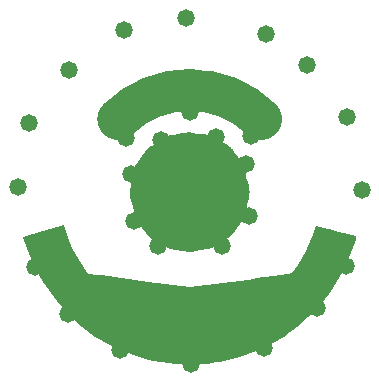
<source format=gbs>
G04*
G04 #@! TF.GenerationSoftware,Altium Limited,Altium Designer,21.0.9 (235)*
G04*
G04 Layer_Color=16711935*
%FSLAX23Y23*%
%MOIN*%
G70*
G04*
G04 #@! TF.SameCoordinates,BEDAD971-5842-4F86-BEC8-44C97C0BC31F*
G04*
G04*
G04 #@! TF.FilePolarity,Negative*
G04*
G01*
G75*
%ADD10C,0.140*%
%ADD12C,0.058*%
%ADD15C,0.200*%
G36*
X1359Y1600D02*
X1374Y1567D01*
X1395Y1529D01*
X1427Y1482D01*
X1438Y1481D01*
X1451Y1479D01*
X1474Y1477D01*
X1627Y1456D01*
X1766Y1438D01*
X1877Y1453D01*
X1958Y1463D01*
X1978Y1466D01*
X1985Y1467D01*
X2043Y1475D01*
X2092Y1481D01*
X2107Y1486D01*
X2127Y1513D01*
X2153Y1557D01*
X2161Y1575D01*
X2174Y1606D01*
X2186Y1643D01*
X2214Y1636D01*
X2244Y1628D01*
X2263Y1622D01*
X2292Y1614D01*
X2320Y1607D01*
X2318Y1596D01*
X2307Y1562D01*
X2294Y1529D01*
X2285Y1509D01*
X2263Y1467D01*
X2244Y1435D01*
X2230Y1416D01*
X2216Y1397D01*
X2197Y1375D01*
X2185Y1362D01*
X2170Y1347D01*
X2159Y1337D01*
X2123Y1305D01*
X2101Y1289D01*
X2080Y1273D01*
X2036Y1248D01*
X2013Y1236D01*
X1978Y1221D01*
X1966Y1217D01*
X1942Y1209D01*
X1905Y1198D01*
X1866Y1189D01*
X1851Y1187D01*
X1844Y1186D01*
X1824Y1183D01*
X1808Y1182D01*
X1803Y1182D01*
X1795Y1181D01*
X1776Y1181D01*
X1760D01*
X1738Y1181D01*
X1716Y1183D01*
X1696Y1185D01*
X1673Y1188D01*
X1643Y1193D01*
X1605Y1203D01*
X1588Y1209D01*
X1569Y1215D01*
X1533Y1229D01*
X1498Y1246D01*
X1451Y1273D01*
X1406Y1305D01*
X1359Y1347D01*
X1322Y1390D01*
X1275Y1454D01*
X1258Y1486D01*
X1238Y1524D01*
X1209Y1602D01*
X1211Y1606D01*
X1275Y1624D01*
X1345Y1644D01*
X1359Y1600D01*
D02*
G37*
D10*
X2003Y1998D02*
G03*
X1527Y1998I-238J-243D01*
G01*
D12*
X1952Y1849D02*
D03*
X1963Y1676D02*
D03*
X1873Y1574D02*
D03*
X1661D02*
D03*
X1579Y1659D02*
D03*
X1568Y1816D02*
D03*
X1668Y1929D02*
D03*
X1852Y1938D02*
D03*
X1971Y1941D02*
D03*
X1765Y2021D02*
D03*
X1554Y1935D02*
D03*
X2156Y2179D02*
D03*
X1753Y2336D02*
D03*
X1362Y2163D02*
D03*
X1192Y1770D02*
D03*
X2338Y1761D02*
D03*
X2191Y1369D02*
D03*
X1359Y1347D02*
D03*
X1768Y1181D02*
D03*
X1533Y1229D02*
D03*
X2013Y1236D02*
D03*
X2285Y1509D02*
D03*
X1248Y1505D02*
D03*
X2288Y2005D02*
D03*
X1228Y1984D02*
D03*
X2018Y2282D02*
D03*
X1545Y2296D02*
D03*
D15*
X1865Y1755D02*
G03*
X1865Y1755I-100J0D01*
G01*
M02*

</source>
